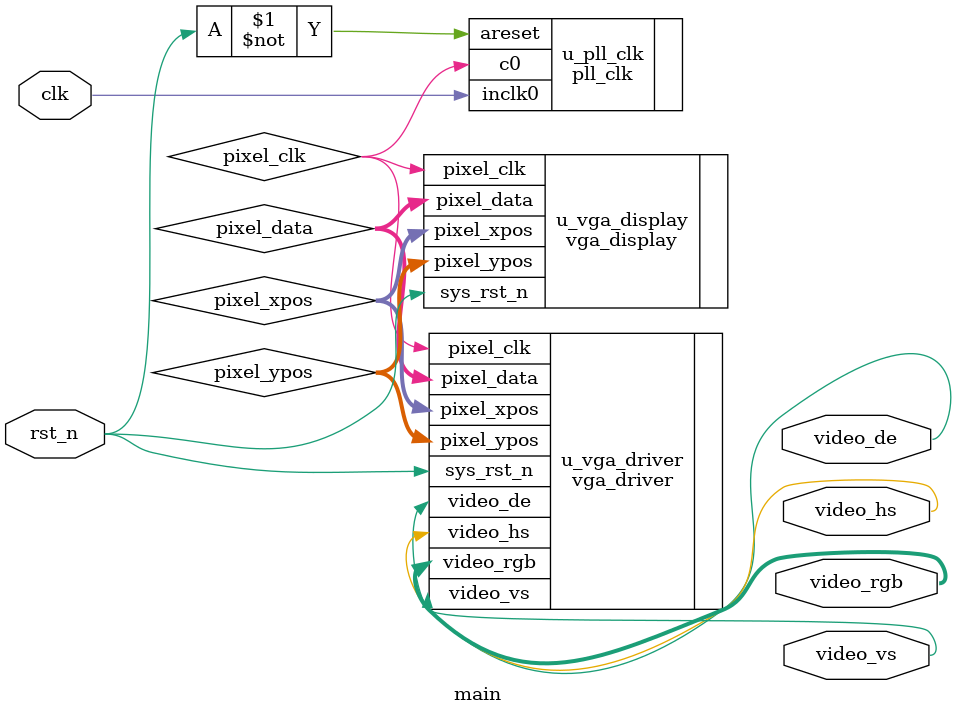
<source format=v>
module main (
    input wire          clk,
    input wire          rst_n,

    output wire         video_de,
    output wire         video_hs,
    output wire         video_vs,
    output wire [5:0]   video_rgb
);

    wire [10:0] pixel_xpos;
    wire [10:0] pixel_ypos;
    wire [5:0]  pixel_data;
    wire pixel_clk;

    pll_clk  u_pll_clk(
	.areset    (~rst_n),
	.inclk0    (clk),
	.c0        (pixel_clk)      //像素时钟
);

    vga_driver u_vga_driver(
        .pixel_clk      ( pixel_clk  ),
        .sys_rst_n      ( rst_n      ),

        .pixel_xpos     ( pixel_xpos ),
        .pixel_ypos     ( pixel_ypos ),
        .pixel_data     ( pixel_data ),

        .video_hs       ( video_hs   ),
        .video_vs       ( video_vs   ),
        .video_de       ( video_de   ),
        .video_rgb      ( video_rgb  )
);

    vga_display u_vga_display(
        .pixel_clk      ( pixel_clk  ),
        .sys_rst_n      ( rst_n      ),

        .pixel_xpos     ( pixel_xpos ),
        .pixel_ypos     ( pixel_ypos ),
        .pixel_data     ( pixel_data )
    );


endmodule
</source>
